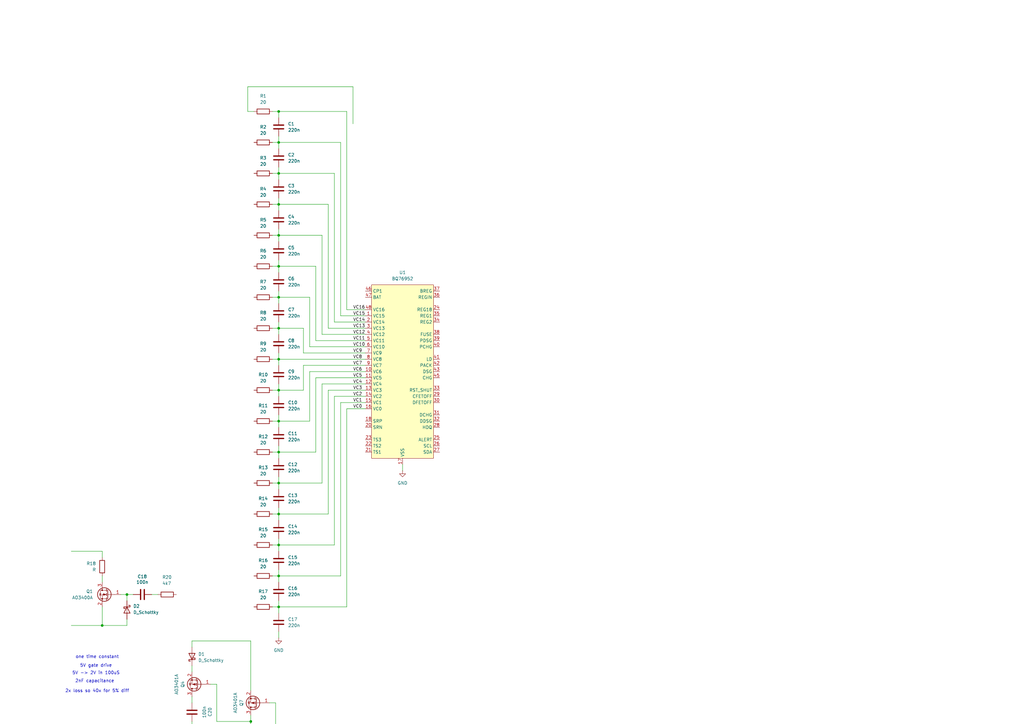
<source format=kicad_sch>
(kicad_sch (version 20250114) (generator "eeschema") (generator_version "9.0")
  (paper "A3")
  (lib_symbols
    (symbol "Device:C" (pin_numbers (hide yes)) (pin_names (offset 0.254))
      (property "Reference" "C" (at 0.635 2.54 0))
      (property "Value" "C" (at 0.635 -2.54 0))
      (symbol "C_0_1"
        (polyline (pts (xy -2.032 0.762) (xy 2.032 0.762)) (stroke (width 0.508)))
        (polyline (pts (xy -2.032 -0.762) (xy 2.032 -0.762)) (stroke (width 0.508)))
      )
      (symbol "C_1_1"
        (pin passive line (at 0 3.81 270) (length 2.794) (name "~") (number "1"))
        (pin passive line (at 0 -3.81 90) (length 2.794) (name "~") (number "2"))
      )
    )
    (symbol "Device:D_Schottky" (pin_numbers (hide yes)) (pin_names (offset 1.016) (hide yes))
      (property "Reference" "D" (at 0 2.54 0))
      (property "Value" "D_Schottky" (at 0 -2.54 0))
      (symbol "D_Schottky_0_1"
        (polyline (pts (xy -1.905 0.635) (xy -1.905 1.27) (xy -1.27 1.27) (xy -1.27 -1.27) (xy -0.635 -1.27) (xy -0.635 -0.635)) (stroke (width 0.254)))
        (polyline (pts (xy 1.27 1.27) (xy 1.27 -1.27) (xy -1.27 0) (xy 1.27 1.27)) (stroke (width 0.254)))
        (polyline (pts (xy 1.27 0) (xy -1.27 0)))
      )
      (symbol "D_Schottky_1_1"
        (pin passive line (at -3.81 0 0) (length 2.54) (name "K") (number "1"))
        (pin passive line (at 3.81 0 180) (length 2.54) (name "A") (number "2"))
      )
    )
    (symbol "Device:R" (pin_numbers (hide yes)) (pin_names (offset 0))
      (property "Reference" "R" (at 2.032 0 90))
      (property "Value" "R" (at 0 0 90))
      (symbol "R_0_1"
        (rectangle (start -1.016 -2.54) (end 1.016 2.54) (stroke (width 0.254)))
      )
      (symbol "R_1_1"
        (pin passive line (at 0 3.81 270) (length 1.27) (name "~") (number "1"))
        (pin passive line (at 0 -3.81 90) (length 1.27) (name "~") (number "2"))
      )
    )
    (symbol "Transistor_FET:AO3400A" (pin_names (offset 0) (hide yes))
      (property "Reference" "Q" (at 5.08 1.905 0))
      (property "Value" "AO3400A" (at 5.08 0 0))
      (symbol "AO3400A_0_1"
        (polyline (pts (xy 0.254 1.905) (xy 0.254 -1.905)) (stroke (width 0.254)))
        (polyline (pts (xy 0.254 0) (xy -2.54 0)))
        (polyline (pts (xy 0.762 2.286) (xy 0.762 1.27)) (stroke (width 0.254)))
        (polyline (pts (xy 0.762 0.508) (xy 0.762 -0.508)) (stroke (width 0.254)))
        (polyline (pts (xy 0.762 -1.27) (xy 0.762 -2.286)) (stroke (width 0.254)))
        (polyline (pts (xy 0.762 -1.778) (xy 3.302 -1.778) (xy 3.302 1.778) (xy 0.762 1.778)))
        (polyline (pts (xy 1.016 0) (xy 2.032 0.381) (xy 2.032 -0.381) (xy 1.016 0)) (fill (type outline)))
        (circle (center 1.651 0) (radius 2.794) (stroke (width 0.254)))
        (polyline (pts (xy 2.54 2.54) (xy 2.54 1.778)))
        (circle (center 2.54 1.778) (radius 0.254) (fill (type outline)))
        (circle (center 2.54 -1.778) (radius 0.254) (fill (type outline)))
        (polyline (pts (xy 2.54 -2.54) (xy 2.54 0) (xy 0.762 0)))
        (polyline (pts (xy 2.921 0.381) (xy 3.683 0.381)))
        (polyline (pts (xy 3.302 0.381) (xy 2.921 -0.254) (xy 3.683 -0.254) (xy 3.302 0.381)))
      )
      (symbol "AO3400A_1_1"
        (pin input line (at -5.08 0 0) (length 2.54) (name "G") (number "1"))
        (pin passive line (at 2.54 5.08 270) (length 2.54) (name "D") (number "3"))
        (pin passive line (at 2.54 -5.08 90) (length 2.54) (name "S") (number "2"))
      )
    )
    (symbol "Transistor_FET:AO3401A" (pin_names (hide yes))
      (property "Reference" "Q" (at 5.08 1.905 0))
      (property "Value" "AO3401A" (at 5.08 0 0))
      (symbol "AO3401A_0_1"
        (polyline (pts (xy 0.254 1.905) (xy 0.254 -1.905)) (stroke (width 0.254)))
        (polyline (pts (xy 0.254 0) (xy -2.54 0)))
        (polyline (pts (xy 0.762 2.286) (xy 0.762 1.27)) (stroke (width 0.254)))
        (polyline (pts (xy 0.762 1.778) (xy 3.302 1.778) (xy 3.302 -1.778) (xy 0.762 -1.778)))
        (polyline (pts (xy 0.762 0.508) (xy 0.762 -0.508)) (stroke (width 0.254)))
        (polyline (pts (xy 0.762 -1.27) (xy 0.762 -2.286)) (stroke (width 0.254)))
        (circle (center 1.651 0) (radius 2.794) (stroke (width 0.254)))
        (polyline (pts (xy 2.286 0) (xy 1.27 0.381) (xy 1.27 -0.381) (xy 2.286 0)) (fill (type outline)))
        (polyline (pts (xy 2.54 2.54) (xy 2.54 1.778)))
        (circle (center 2.54 1.778) (radius 0.254) (fill (type outline)))
        (circle (center 2.54 -1.778) (radius 0.254) (fill (type outline)))
        (polyline (pts (xy 2.54 -2.54) (xy 2.54 0) (xy 0.762 0)))
        (polyline (pts (xy 2.794 -0.508) (xy 2.921 -0.381) (xy 3.683 -0.381) (xy 3.81 -0.254)))
        (polyline (pts (xy 3.302 -0.381) (xy 2.921 0.254) (xy 3.683 0.254) (xy 3.302 -0.381)))
      )
      (symbol "AO3401A_1_1"
        (pin input line (at -5.08 0 0) (length 2.54) (name "G") (number "1"))
        (pin passive line (at 2.54 5.08 270) (length 2.54) (name "D") (number "3"))
        (pin passive line (at 2.54 -5.08 90) (length 2.54) (name "S") (number "2"))
      )
    )
    (symbol "User_Symbols:BQ76952"
      (property "Reference" "U" (at 1.016 34.29 0))
      (property "Value" "BQ76952" (at 18.034 34.29 0))
      (symbol "BQ76952_1_1"
        (rectangle (start 0 33.02) (end 25.4 -38.1) (fill (type background)))
        (pin bidirectional line (at -2.54 30.48 0) (length 2.54) (name "CP1") (number "46"))
        (pin power_in line (at -2.54 27.94 0) (length 2.54) (name "BAT") (number "47"))
        (pin input line (at -2.54 22.86 0) (length 2.54) (name "VC16") (number "48"))
        (pin input line (at -2.54 20.32 0) (length 2.54) (name "VC15") (number "1"))
        (pin input line (at -2.54 17.78 0) (length 2.54) (name "VC14") (number "2"))
        (pin input line (at -2.54 15.24 0) (length 2.54) (name "VC13") (number "3"))
        (pin input line (at -2.54 12.7 0) (length 2.54) (name "VC12") (number "4"))
        (pin input line (at -2.54 10.16 0) (length 2.54) (name "VC11") (number "5"))
        (pin input line (at -2.54 7.62 0) (length 2.54) (name "VC10") (number "6"))
        (pin input line (at -2.54 5.08 0) (length 2.54) (name "VC9") (number "7"))
        (pin input line (at -2.54 2.54 0) (length 2.54) (name "VC8") (number "8"))
        (pin input line (at -2.54 0 0) (length 2.54) (name "VC7") (number "9"))
        (pin input line (at -2.54 -2.54 0) (length 2.54) (name "VC6") (number "10"))
        (pin input line (at -2.54 -5.08 0) (length 2.54) (name "VC5") (number "11"))
        (pin input line (at -2.54 -7.62 0) (length 2.54) (name "VC4") (number "12"))
        (pin input line (at -2.54 -10.16 0) (length 2.54) (name "VC3") (number "13"))
        (pin input line (at -2.54 -12.7 0) (length 2.54) (name "VC2") (number "14"))
        (pin input line (at -2.54 -15.24 0) (length 2.54) (name "VC1") (number "15"))
        (pin input line (at -2.54 -17.78 0) (length 2.54) (name "VC0") (number "16"))
        (pin input line (at -2.54 -22.86 0) (length 2.54) (name "SRP") (number "18"))
        (pin no_connect line (at -2.54 -24.13 0) (length 2.54) (hide yes) (name "NC") (number "19"))
        (pin input line (at -2.54 -25.4 0) (length 2.54) (name "SRN") (number "20"))
        (pin bidirectional line (at -2.54 -30.48 0) (length 2.54) (name "TS3") (number "23"))
        (pin bidirectional line (at -2.54 -33.02 0) (length 2.54) (name "TS2") (number "22"))
        (pin bidirectional line (at -2.54 -35.56 0) (length 2.54) (name "TS1") (number "21"))
        (pin power_in line (at 12.7 -40.64 90) (length 2.54) (name "VSS") (number "17"))
        (pin output line (at 27.94 30.48 180) (length 2.54) (name "BREG") (number "37"))
        (pin input line (at 27.94 27.94 180) (length 2.54) (name "REGIN") (number "36"))
        (pin power_out line (at 27.94 22.86 180) (length 2.54) (name "REG18") (number "24"))
        (pin power_out line (at 27.94 20.32 180) (length 2.54) (name "REG1") (number "35"))
        (pin power_out line (at 27.94 17.78 180) (length 2.54) (name "REG2") (number "34"))
        (pin bidirectional line (at 27.94 12.7 180) (length 2.54) (name "FUSE") (number "38"))
        (pin output line (at 27.94 10.16 180) (length 2.54) (name "PDSG") (number "39"))
        (pin output line (at 27.94 7.62 180) (length 2.54) (name "PCHG") (number "40"))
        (pin bidirectional line (at 27.94 2.54 180) (length 2.54) (name "LD") (number "41"))
        (pin input line (at 27.94 0 180) (length 2.54) (name "PACK") (number "42"))
        (pin output line (at 27.94 -2.54 180) (length 2.54) (name "DSG") (number "43"))
        (pin no_connect line (at 27.94 -3.81 180) (length 2.54) (hide yes) (name "NC") (number "44"))
        (pin output line (at 27.94 -5.08 180) (length 2.54) (name "CHG") (number "45"))
        (pin input line (at 27.94 -10.16 180) (length 2.54) (name "RST_SHUT") (number "33"))
        (pin bidirectional line (at 27.94 -12.7 180) (length 2.54) (name "CFETOFF") (number "29"))
        (pin bidirectional line (at 27.94 -15.24 180) (length 2.54) (name "DFETOFF") (number "30"))
        (pin bidirectional line (at 27.94 -20.32 180) (length 2.54) (name "DCHG") (number "31"))
        (pin bidirectional line (at 27.94 -22.86 180) (length 2.54) (name "DDSG") (number "32"))
        (pin bidirectional line (at 27.94 -25.4 180) (length 2.54) (name "HDQ") (number "28"))
        (pin bidirectional line (at 27.94 -30.48 180) (length 2.54) (name "ALERT") (number "25"))
        (pin bidirectional line (at 27.94 -33.02 180) (length 2.54) (name "SCL") (number "26"))
        (pin bidirectional line (at 27.94 -35.56 180) (length 2.54) (name "SDA") (number "27"))
      )
    )
    (symbol "power:GND" (power) (pin_numbers (hide yes)) (pin_names (offset 0) (hide yes))
      (property "Value" "GND" (at 0 -3.81 0))
      (symbol "GND_0_1"
        (polyline (pts (xy 0 0) (xy 0 -1.27) (xy 1.27 -1.27) (xy 0 -2.54) (xy -1.27 -1.27) (xy 0 -1.27)))
      )
      (symbol "GND_1_1"
        (pin power_in line (at 0 0 270) (length 0) (name "~") (number "1"))
      )
    )
  )
  (text "5V gate drive" (at 39.37 273.05 0) (effects (font (size 1.27 1.27))))
  (text "2x loss so 40x for 5% diff" (at 39.878 283.464 0) (effects (font (size 1.27 1.27))))
  (text "one time constant" (at 39.878 269.494 0) (effects (font (size 1.27 1.27))))
  (text "2nF capacitance" (at 38.862 279.4 0) (effects (font (size 1.27 1.27))))
  (text "5V -> 2V in 100uS" (at 39.37 276.098 0) (effects (font (size 1.27 1.27))))
  (junction (at 114.3 160.02))
  (junction (at 114.3 134.62))
  (junction (at 114.3 236.22))
  (junction (at 114.3 121.92))
  (junction (at 114.3 210.82))
  (junction (at 114.3 248.92))
  (junction (at 52.07 243.84))
  (junction (at 114.3 172.72))
  (junction (at 114.3 71.12))
  (junction (at 114.3 83.82))
  (junction (at 114.3 96.52))
  (junction (at 114.3 198.12))
  (junction (at 114.3 58.42))
  (junction (at 114.3 147.32))
  (junction (at 113.03 303.53))
  (junction (at 114.3 185.42))
  (junction (at 114.3 223.52))
  (junction (at 41.91 256.54))
  (junction (at 114.3 109.22))
  (junction (at 114.3 45.72))
  (junction (at 102.87 295.91))
  (wire (pts (xy 124.46 134.62) (xy 124.46 144.78)))
  (wire (pts (xy 88.9 295.91) (xy 88.9 280.67)))
  (wire (pts (xy 114.3 220.98) (xy 114.3 223.52)))
  (wire (pts (xy 114.3 223.52) (xy 114.3 226.06)))
  (wire (pts (xy 129.54 154.94) (xy 149.86 154.94)))
  (wire (pts (xy 102.87 295.91) (xy 88.9 295.91)))
  (wire (pts (xy 114.3 185.42) (xy 129.54 185.42)))
  (wire (pts (xy 137.16 162.56) (xy 149.86 162.56)))
  (wire (pts (xy 127 142.24) (xy 149.86 142.24)))
  (wire (pts (xy 129.54 109.22) (xy 129.54 139.7)))
  (wire (pts (xy 88.9 280.67) (xy 86.36 280.67)))
  (wire (pts (xy 129.54 185.42) (xy 129.54 154.94)))
  (wire (pts (xy 114.3 48.26) (xy 114.3 45.72)))
  (wire (pts (xy 124.46 149.86) (xy 149.86 149.86)))
  (wire (pts (xy 114.3 236.22) (xy 114.3 238.76)))
  (wire (pts (xy 127 172.72) (xy 127 152.4)))
  (wire (pts (xy 114.3 71.12) (xy 114.3 73.66)))
  (wire (pts (xy 101.6 35.56) (xy 101.6 45.72)))
  (wire (pts (xy 102.87 318.77) (xy 102.87 321.31)))
  (wire (pts (xy 114.3 45.72) (xy 111.76 45.72)))
  (wire (pts (xy 111.76 96.52) (xy 114.3 96.52)))
  (wire (pts (xy 114.3 83.82) (xy 114.3 86.36)))
  (wire (pts (xy 113.03 288.29) (xy 110.49 288.29)))
  (wire (pts (xy 137.16 162.56) (xy 137.16 223.52)))
  (wire (pts (xy 29.21 226.06) (xy 41.91 226.06)))
  (wire (pts (xy 127 152.4) (xy 149.86 152.4)))
  (wire (pts (xy 114.3 236.22) (xy 139.7 236.22)))
  (wire (pts (xy 111.76 147.32) (xy 114.3 147.32)))
  (wire (pts (xy 129.54 139.7) (xy 149.86 139.7)))
  (wire (pts (xy 114.3 96.52) (xy 132.08 96.52)))
  (wire (pts (xy 102.87 262.89) (xy 102.87 283.21)))
  (wire (pts (xy 114.3 132.08) (xy 114.3 134.62)))
  (wire (pts (xy 114.3 170.18) (xy 114.3 172.72)))
  (wire (pts (xy 52.07 254) (xy 52.07 256.54)))
  (wire (pts (xy 111.76 58.42) (xy 114.3 58.42)))
  (wire (pts (xy 54.61 243.84) (xy 52.07 243.84)))
  (wire (pts (xy 114.3 134.62) (xy 124.46 134.62)))
  (wire (pts (xy 114.3 248.92) (xy 114.3 251.46)))
  (wire (pts (xy 78.74 265.43) (xy 78.74 262.89)))
  (wire (pts (xy 139.7 129.54) (xy 139.7 58.42)))
  (wire (pts (xy 41.91 228.6) (xy 41.91 226.06)))
  (wire (pts (xy 111.76 248.92) (xy 114.3 248.92)))
  (wire (pts (xy 114.3 248.92) (xy 142.24 248.92)))
  (wire (pts (xy 113.03 303.53) (xy 113.03 288.29)))
  (wire (pts (xy 114.3 106.68) (xy 114.3 109.22)))
  (wire (pts (xy 101.6 35.56) (xy 144.78 35.56)))
  (wire (pts (xy 132.08 157.48) (xy 149.86 157.48)))
  (wire (pts (xy 124.46 160.02) (xy 124.46 149.86)))
  (wire (pts (xy 102.87 295.91) (xy 102.87 308.61)))
  (wire (pts (xy 114.3 119.38) (xy 114.3 121.92)))
  (wire (pts (xy 110.49 313.69) (xy 113.03 313.69)))
  (wire (pts (xy 144.78 35.56) (xy 144.78 50.8)))
  (wire (pts (xy 132.08 137.16) (xy 149.86 137.16)))
  (wire (pts (xy 114.3 160.02) (xy 124.46 160.02)))
  (wire (pts (xy 114.3 223.52) (xy 137.16 223.52)))
  (wire (pts (xy 111.76 109.22) (xy 114.3 109.22)))
  (wire (pts (xy 132.08 157.48) (xy 132.08 198.12)))
  (wire (pts (xy 114.3 55.88) (xy 114.3 58.42)))
  (wire (pts (xy 114.3 71.12) (xy 137.16 71.12)))
  (wire (pts (xy 134.62 210.82) (xy 134.62 160.02)))
  (wire (pts (xy 114.3 157.48) (xy 114.3 160.02)))
  (wire (pts (xy 111.76 160.02) (xy 114.3 160.02)))
  (wire (pts (xy 111.76 121.92) (xy 114.3 121.92)))
  (wire (pts (xy 114.3 93.98) (xy 114.3 96.52)))
  (wire (pts (xy 114.3 147.32) (xy 149.86 147.32)))
  (wire (pts (xy 113.03 313.69) (xy 113.03 303.53)))
  (wire (pts (xy 134.62 134.62) (xy 134.62 83.82)))
  (wire (pts (xy 114.3 210.82) (xy 134.62 210.82)))
  (wire (pts (xy 111.76 185.42) (xy 114.3 185.42)))
  (wire (pts (xy 114.3 172.72) (xy 114.3 175.26)))
  (wire (pts (xy 114.3 144.78) (xy 114.3 147.32)))
  (wire (pts (xy 114.3 182.88) (xy 114.3 185.42)))
  (wire (pts (xy 114.3 121.92) (xy 114.3 124.46)))
  (wire (pts (xy 111.76 71.12) (xy 114.3 71.12)))
  (wire (pts (xy 49.53 243.84) (xy 52.07 243.84)))
  (wire (pts (xy 139.7 129.54) (xy 149.86 129.54)))
  (wire (pts (xy 165.1 190.5) (xy 165.1 193.04)))
  (wire (pts (xy 29.21 256.54) (xy 41.91 256.54)))
  (wire (pts (xy 78.74 308.61) (xy 78.74 311.15)))
  (wire (pts (xy 114.3 160.02) (xy 114.3 162.56)))
  (wire (pts (xy 114.3 109.22) (xy 114.3 111.76)))
  (wire (pts (xy 114.3 58.42) (xy 114.3 60.96)))
  (wire (pts (xy 114.3 109.22) (xy 129.54 109.22)))
  (wire (pts (xy 114.3 195.58) (xy 114.3 198.12)))
  (wire (pts (xy 111.76 223.52) (xy 114.3 223.52)))
  (wire (pts (xy 114.3 185.42) (xy 114.3 187.96)))
  (wire (pts (xy 101.6 45.72) (xy 104.14 45.72)))
  (wire (pts (xy 78.74 262.89) (xy 102.87 262.89)))
  (wire (pts (xy 111.76 236.22) (xy 114.3 236.22)))
  (wire (pts (xy 114.3 233.68) (xy 114.3 236.22)))
  (wire (pts (xy 139.7 236.22) (xy 139.7 165.1)))
  (wire (pts (xy 114.3 198.12) (xy 114.3 200.66)))
  (wire (pts (xy 102.87 293.37) (xy 102.87 295.91)))
  (wire (pts (xy 41.91 248.92) (xy 41.91 256.54)))
  (wire (pts (xy 102.87 321.31) (xy 78.74 321.31)))
  (wire (pts (xy 52.07 256.54) (xy 41.91 256.54)))
  (wire (pts (xy 114.3 134.62) (xy 114.3 137.16)))
  (wire (pts (xy 142.24 167.64) (xy 149.86 167.64)))
  (wire (pts (xy 142.24 167.64) (xy 142.24 248.92)))
  (wire (pts (xy 114.3 147.32) (xy 114.3 149.86)))
  (wire (pts (xy 111.76 83.82) (xy 114.3 83.82)))
  (wire (pts (xy 78.74 285.75) (xy 78.74 288.29)))
  (wire (pts (xy 114.3 45.72) (xy 142.24 45.72)))
  (wire (pts (xy 114.3 96.52) (xy 114.3 99.06)))
  (wire (pts (xy 114.3 121.92) (xy 127 121.92)))
  (wire (pts (xy 111.76 198.12) (xy 114.3 198.12)))
  (wire (pts (xy 114.3 172.72) (xy 127 172.72)))
  (wire (pts (xy 52.07 243.84) (xy 52.07 246.38)))
  (wire (pts (xy 139.7 165.1) (xy 149.86 165.1)))
  (wire (pts (xy 114.3 198.12) (xy 132.08 198.12)))
  (wire (pts (xy 142.24 127) (xy 149.86 127)))
  (wire (pts (xy 113.03 303.53) (xy 86.36 303.53)))
  (wire (pts (xy 114.3 68.58) (xy 114.3 71.12)))
  (wire (pts (xy 134.62 160.02) (xy 149.86 160.02)))
  (wire (pts (xy 114.3 248.92) (xy 114.3 246.38)))
  (wire (pts (xy 124.46 144.78) (xy 149.86 144.78)))
  (wire (pts (xy 142.24 45.72) (xy 142.24 127)))
  (wire (pts (xy 137.16 132.08) (xy 149.86 132.08)))
  (wire (pts (xy 111.76 210.82) (xy 114.3 210.82)))
  (wire (pts (xy 111.76 134.62) (xy 114.3 134.62)))
  (wire (pts (xy 62.23 243.84) (xy 64.77 243.84)))
  (wire (pts (xy 78.74 321.31) (xy 78.74 318.77)))
  (wire (pts (xy 134.62 134.62) (xy 149.86 134.62)))
  (wire (pts (xy 114.3 81.28) (xy 114.3 83.82)))
  (wire (pts (xy 78.74 295.91) (xy 78.74 298.45)))
  (wire (pts (xy 78.74 273.05) (xy 78.74 275.59)))
  (wire (pts (xy 137.16 71.12) (xy 137.16 132.08)))
  (wire (pts (xy 132.08 96.52) (xy 132.08 137.16)))
  (wire (pts (xy 114.3 58.42) (xy 139.7 58.42)))
  (wire (pts (xy 41.91 236.22) (xy 41.91 238.76)))
  (wire (pts (xy 114.3 208.28) (xy 114.3 210.82)))
  (wire (pts (xy 127 142.24) (xy 127 121.92)))
  (wire (pts (xy 111.76 172.72) (xy 114.3 172.72)))
  (wire (pts (xy 114.3 83.82) (xy 134.62 83.82)))
  (wire (pts (xy 114.3 259.08) (xy 114.3 261.62)))
  (wire (pts (xy 114.3 210.82) (xy 114.3 213.36)))
  (label "VC16" (at 144.78 127 0))
  (label "VC0" (at 144.78 167.64 0))
  (label "VC8" (at 144.78 147.32 0))
  (label "VC5" (at 144.78 154.94 0))
  (label "VC4" (at 144.78 157.48 0))
  (label "VC7" (at 144.78 149.86 0))
  (label "VC14" (at 144.78 132.08 0))
  (label "VC11" (at 144.78 139.7 0))
  (label "VC15" (at 144.78 129.54 0))
  (label "VC3" (at 144.78 160.02 0))
  (label "VC13" (at 144.78 134.62 0))
  (label "VC9" (at 144.78 144.78 0))
  (label "VC6" (at 144.78 152.4 0))
  (label "VC12" (at 144.78 137.16 0))
  (label "VC10" (at 144.78 142.24 0))
  (label "VC1" (at 144.78 165.1 0))
  (label "VC2" (at 144.78 162.56 0))
  (symbol (lib_id "Device:C") (at 114.3 153.67 0) (unit 1)
    (property "Reference" "C9" (at 118.11 152.3999 0) (effects (justify left)))
    (property "Value" "220n" (at 118.11 154.9399 0) (effects (justify left)))
    (property "Description" "Unpolarized capacitor" (effects (hide yes)))
  )
  (symbol (lib_id "power:GND") (at 165.1 193.04 0) (unit 1)
    (property "Reference" "#PWR01" (effects (hide yes)))
    (property "Value" "GND" (at 165.1 198.12 0))
    (property "Description" "Power symbol creates a global label with name \"GND\" , ground" (effects (hide yes)))
  )
  (symbol (lib_id "Transistor_FET:AO3400A") (at 44.45 243.84 0) (mirror y) (unit 1)
    (property "Reference" "Q1" (at 38.1 242.5699 0) (effects (justify left)))
    (property "Value" "AO3400A" (at 38.1 245.1099 0) (effects (justify left)))
    (property "Footprint" "Package_TO_SOT_SMD:SOT-23" (effects (hide yes)))
    (property "Datasheet" "http://www.aosmd.com/pdfs/datasheet/AO3400A.pdf" (effects (hide yes)))
    (property "Description" "30V Vds, 5.7A Id, N-Channel MOSFET, SOT-23" (effects (hide yes)))
  )
  (symbol (lib_id "Device:R") (at 107.95 172.72 90) (unit 1)
    (property "Reference" "R11" (at 107.95 166.37 90))
    (property "Value" "20" (at 107.95 168.91 90))
    (property "Description" "Resistor" (effects (hide yes)))
  )
  (symbol (lib_id "Device:R") (at 107.95 71.12 90) (unit 1)
    (property "Reference" "R3" (at 107.95 64.77 90))
    (property "Value" "20" (at 107.95 67.31 90))
    (property "Description" "Resistor" (effects (hide yes)))
  )
  (symbol (lib_id "Device:R") (at 68.58 243.84 90) (unit 1)
    (property "Reference" "R20" (at 66.548 236.728 90) (effects (justify right)))
    (property "Value" "4k7" (at 66.548 239.268 90) (effects (justify right)))
    (property "Description" "Resistor" (effects (hide yes)))
  )
  (symbol (lib_id "Device:C") (at 114.3 77.47 0) (unit 1)
    (property "Reference" "C3" (at 118.11 76.1999 0) (effects (justify left)))
    (property "Value" "220n" (at 118.11 78.7399 0) (effects (justify left)))
    (property "Description" "Unpolarized capacitor" (effects (hide yes)))
  )
  (symbol (lib_id "Device:D_Schottky") (at 78.74 314.96 90) (unit 1)
    (property "Reference" "D3" (at 81.28 314.0074 90) (effects (justify right)))
    (property "Value" "D_Schottky" (at 81.28 316.5474 90) (effects (justify right)))
    (property "Description" "Schottky diode" (effects (hide yes)))
  )
  (symbol (lib_id "Device:C") (at 114.3 179.07 0) (unit 1)
    (property "Reference" "C11" (at 118.11 177.7999 0) (effects (justify left)))
    (property "Value" "220n" (at 118.11 180.3399 0) (effects (justify left)))
    (property "Description" "Unpolarized capacitor" (effects (hide yes)))
  )
  (symbol (lib_id "Transistor_FET:AO3401A") (at 105.41 288.29 180) (unit 1)
    (property "Reference" "Q7" (at 99.06 288.29 90))
    (property "Value" "AO3401A" (at 96.52 288.29 90))
    (property "Footprint" "Package_TO_SOT_SMD:SOT-23" (effects (hide yes)))
    (property "Datasheet" "http://www.aosmd.com/pdfs/datasheet/AO3401A.pdf" (effects (hide yes)))
    (property "Description" "-4.0A Id, -30V Vds, P-Channel MOSFET, SOT-23" (effects (hide yes)))
  )
  (symbol (lib_id "Device:C") (at 78.74 292.1 0) (unit 1)
    (property "Reference" "C20" (at 86.106 290.068 90) (effects (justify right)))
    (property "Value" "100n" (at 83.8201 289.56 90) (effects (justify right)))
    (property "Description" "Unpolarized capacitor" (effects (hide yes)))
  )
  (symbol (lib_id "Device:C") (at 114.3 217.17 0) (unit 1)
    (property "Reference" "C14" (at 118.11 215.8999 0) (effects (justify left)))
    (property "Value" "220n" (at 118.11 218.4399 0) (effects (justify left)))
    (property "Description" "Unpolarized capacitor" (effects (hide yes)))
  )
  (symbol (lib_id "Device:R") (at 107.95 83.82 90) (unit 1)
    (property "Reference" "R4" (at 107.95 77.47 90))
    (property "Value" "20" (at 107.95 80.01 90))
    (property "Description" "Resistor" (effects (hide yes)))
  )
  (symbol (lib_id "Device:R") (at 107.95 58.42 90) (unit 1)
    (property "Reference" "R2" (at 107.95 52.07 90))
    (property "Value" "20" (at 107.95 54.61 90))
    (property "Description" "Resistor" (effects (hide yes)))
  )
  (symbol (lib_id "Device:R") (at 107.95 223.52 90) (unit 1)
    (property "Reference" "R15" (at 107.95 217.17 90))
    (property "Value" "20" (at 107.95 219.71 90))
    (property "Description" "Resistor" (effects (hide yes)))
  )
  (symbol (lib_id "Device:D_Schottky") (at 52.07 250.19 270) (unit 1)
    (property "Reference" "D2" (at 54.61 248.6024 90) (effects (justify left)))
    (property "Value" "D_Schottky" (at 54.61 251.1424 90) (effects (justify left)))
    (property "Description" "Schottky diode" (effects (hide yes)))
  )
  (symbol (lib_id "Device:R") (at 107.95 160.02 90) (unit 1)
    (property "Reference" "R10" (at 107.95 153.67 90))
    (property "Value" "20" (at 107.95 156.21 90))
    (property "Description" "Resistor" (effects (hide yes)))
  )
  (symbol (lib_id "Device:R") (at 107.95 147.32 90) (unit 1)
    (property "Reference" "R9" (at 107.95 140.97 90))
    (property "Value" "20" (at 107.95 143.51 90))
    (property "Description" "Resistor" (effects (hide yes)))
  )
  (symbol (lib_id "Device:C") (at 114.3 204.47 0) (unit 1)
    (property "Reference" "C13" (at 118.11 203.1999 0) (effects (justify left)))
    (property "Value" "220n" (at 118.11 205.7399 0) (effects (justify left)))
    (property "Description" "Unpolarized capacitor" (effects (hide yes)))
  )
  (symbol (lib_id "Device:R") (at 107.95 210.82 90) (unit 1)
    (property "Reference" "R14" (at 107.95 204.47 90))
    (property "Value" "20" (at 107.95 207.01 90))
    (property "Description" "Resistor" (effects (hide yes)))
  )
  (symbol (lib_id "Device:R") (at 41.91 232.41 0) (mirror y) (unit 1)
    (property "Reference" "R18" (at 39.37 231.1399 0) (effects (justify left)))
    (property "Value" "R" (at 39.37 233.6799 0) (effects (justify left)))
    (property "Description" "Resistor" (effects (hide yes)))
  )
  (symbol (lib_id "Device:C") (at 114.3 90.17 0) (unit 1)
    (property "Reference" "C4" (at 118.11 88.8999 0) (effects (justify left)))
    (property "Value" "220n" (at 118.11 91.4399 0) (effects (justify left)))
    (property "Description" "Unpolarized capacitor" (effects (hide yes)))
  )
  (symbol (lib_id "Device:C") (at 114.3 128.27 0) (unit 1)
    (property "Reference" "C7" (at 118.11 126.9999 0) (effects (justify left)))
    (property "Value" "220n" (at 118.11 129.5399 0) (effects (justify left)))
    (property "Description" "Unpolarized capacitor" (effects (hide yes)))
  )
  (symbol (lib_id "Device:R") (at 107.95 134.62 90) (unit 1)
    (property "Reference" "R8" (at 107.95 128.27 90))
    (property "Value" "20" (at 107.95 130.81 90))
    (property "Description" "Resistor" (effects (hide yes)))
  )
  (symbol (lib_id "Device:R") (at 107.95 45.72 90) (unit 1)
    (property "Reference" "R1" (at 107.95 39.37 90))
    (property "Value" "20" (at 107.95 41.91 90))
    (property "Description" "Resistor" (effects (hide yes)))
  )
  (symbol (lib_id "power:GND") (at 114.3 261.62 0) (unit 1)
    (property "Reference" "#PWR02" (effects (hide yes)))
    (property "Value" "GND" (at 114.3 266.7 0))
    (property "Description" "Power symbol creates a global label with name \"GND\" , ground" (effects (hide yes)))
  )
  (symbol (lib_id "Transistor_FET:AO3400A") (at 105.41 313.69 0) (mirror y) (unit 1)
    (property "Reference" "Q6" (at 99.06 312.4199 0) (effects (justify left)))
    (property "Value" "AO3400A" (at 99.06 314.9599 0) (effects (justify left)))
    (property "Footprint" "Package_TO_SOT_SMD:SOT-23" (effects (hide yes)))
    (property "Datasheet" "http://www.aosmd.com/pdfs/datasheet/AO3400A.pdf" (effects (hide yes)))
    (property "Description" "30V Vds, 5.7A Id, N-Channel MOSFET, SOT-23" (effects (hide yes)))
  )
  (symbol (lib_id "User_Symbols:BQ76952") (at 152.4 149.86 0) (unit 1)
    (property "Reference" "U1" (at 165.1 111.76 0))
    (property "Value" "BQ76952" (at 165.1 114.3 0))
    (property "Footprint" "Package_QFP:TQFP-48_7x7mm_P0.5mm" (effects (hide yes)))
    (property "Datasheet" "https://www.ti.com/lit/ds/symlink/bq76952.pdf?ts=1756105032908&ref_url=https%253A%252F%252Fwww.ti.com%252Fproduct%252FBQ76952%252Fpart-details%252FBQ7695202PFBR" (effects (hide yes)))
    (property "Description" "16-Series High Accuracy Battery Monitor and Protector" (effects (hide yes)))
  )
  (symbol (lib_id "Device:R") (at 107.95 236.22 90) (unit 1)
    (property "Reference" "R16" (at 107.95 229.87 90))
    (property "Value" "20" (at 107.95 232.41 90))
    (property "Description" "Resistor" (effects (hide yes)))
  )
  (symbol (lib_id "Device:C") (at 114.3 52.07 0) (unit 1)
    (property "Reference" "C1" (at 118.11 50.7999 0) (effects (justify left)))
    (property "Value" "220n" (at 118.11 53.3399 0) (effects (justify left)))
    (property "Description" "Unpolarized capacitor" (effects (hide yes)))
  )
  (symbol (lib_id "Device:D_Schottky") (at 78.74 269.24 90) (unit 1)
    (property "Reference" "D1" (at 81.28 268.2874 90) (effects (justify right)))
    (property "Value" "D_Schottky" (at 81.28 270.8274 90) (effects (justify right)))
    (property "Description" "Schottky diode" (effects (hide yes)))
  )
  (symbol (lib_id "Device:C") (at 114.3 255.27 0) (unit 1)
    (property "Reference" "C17" (at 118.11 253.9999 0) (effects (justify left)))
    (property "Value" "220n" (at 118.11 256.5399 0) (effects (justify left)))
    (property "Description" "Unpolarized capacitor" (effects (hide yes)))
  )
  (symbol (lib_id "Device:C") (at 114.3 191.77 0) (unit 1)
    (property "Reference" "C12" (at 118.11 190.4999 0) (effects (justify left)))
    (property "Value" "220n" (at 118.11 193.0399 0) (effects (justify left)))
    (property "Description" "Unpolarized capacitor" (effects (hide yes)))
  )
  (symbol (lib_id "Device:C") (at 58.42 243.84 90) (unit 1)
    (property "Reference" "C18" (at 56.388 236.474 90) (effects (justify right)))
    (property "Value" "100n" (at 55.88 238.7599 90) (effects (justify right)))
    (property "Description" "Unpolarized capacitor" (effects (hide yes)))
  )
  (symbol (lib_id "Device:R") (at 107.95 121.92 90) (unit 1)
    (property "Reference" "R7" (at 107.95 115.57 90))
    (property "Value" "20" (at 107.95 118.11 90))
    (property "Description" "Resistor" (effects (hide yes)))
  )
  (symbol (lib_id "Device:C") (at 114.3 242.57 0) (unit 1)
    (property "Reference" "C16" (at 118.11 241.2999 0) (effects (justify left)))
    (property "Value" "220n" (at 118.11 243.8399 0) (effects (justify left)))
    (property "Description" "Unpolarized capacitor" (effects (hide yes)))
  )
  (symbol (lib_id "Device:C") (at 114.3 229.87 0) (unit 1)
    (property "Reference" "C15" (at 118.11 228.5999 0) (effects (justify left)))
    (property "Value" "220n" (at 118.11 231.1399 0) (effects (justify left)))
    (property "Description" "Unpolarized capacitor" (effects (hide yes)))
  )
  (symbol (lib_id "Device:C") (at 114.3 166.37 0) (unit 1)
    (property "Reference" "C10" (at 118.11 165.0999 0) (effects (justify left)))
    (property "Value" "220n" (at 118.11 167.6399 0) (effects (justify left)))
    (property "Description" "Unpolarized capacitor" (effects (hide yes)))
  )
  (symbol (lib_id "Device:R") (at 107.95 109.22 90) (unit 1)
    (property "Reference" "R6" (at 107.95 102.87 90))
    (property "Value" "20" (at 107.95 105.41 90))
    (property "Description" "Resistor" (effects (hide yes)))
  )
  (symbol (lib_id "Device:C") (at 114.3 102.87 0) (unit 1)
    (property "Reference" "C5" (at 118.11 101.5999 0) (effects (justify left)))
    (property "Value" "220n" (at 118.11 104.1399 0) (effects (justify left)))
    (property "Description" "Unpolarized capacitor" (effects (hide yes)))
  )
  (symbol (lib_id "Device:C") (at 114.3 140.97 0) (unit 1)
    (property "Reference" "C8" (at 118.11 139.6999 0) (effects (justify left)))
    (property "Value" "220n" (at 118.11 142.2399 0) (effects (justify left)))
    (property "Description" "Unpolarized capacitor" (effects (hide yes)))
  )
  (symbol (lib_id "Transistor_FET:AO3401A") (at 81.28 280.67 180) (unit 1)
    (property "Reference" "Q4" (at 74.93 280.67 90))
    (property "Value" "AO3401A" (at 72.39 280.67 90))
    (property "Footprint" "Package_TO_SOT_SMD:SOT-23" (effects (hide yes)))
    (property "Datasheet" "http://www.aosmd.com/pdfs/datasheet/AO3401A.pdf" (effects (hide yes)))
    (property "Description" "-4.0A Id, -30V Vds, P-Channel MOSFET, SOT-23" (effects (hide yes)))
  )
  (symbol (lib_id "Device:R") (at 107.95 96.52 90) (unit 1)
    (property "Reference" "R5" (at 107.95 90.17 90))
    (property "Value" "20" (at 107.95 92.71 90))
    (property "Description" "Resistor" (effects (hide yes)))
  )
  (symbol (lib_id "Device:R") (at 107.95 198.12 90) (unit 1)
    (property "Reference" "R13" (at 107.95 191.77 90))
    (property "Value" "20" (at 107.95 194.31 90))
    (property "Description" "Resistor" (effects (hide yes)))
  )
  (symbol (lib_id "Transistor_FET:AO3400A") (at 81.28 303.53 0) (mirror y) (unit 1)
    (property "Reference" "Q5" (at 74.93 303.53 90))
    (property "Value" "AO3400A" (at 72.39 303.53 90))
    (property "Footprint" "Package_TO_SOT_SMD:SOT-23" (effects (hide yes)))
    (property "Datasheet" "http://www.aosmd.com/pdfs/datasheet/AO3400A.pdf" (effects (hide yes)))
    (property "Description" "30V Vds, 5.7A Id, N-Channel MOSFET, SOT-23" (effects (hide yes)))
  )
  (symbol (lib_id "Device:R") (at 107.95 248.92 90) (unit 1)
    (property "Reference" "R17" (at 107.95 242.57 90))
    (property "Value" "20" (at 107.95 245.11 90))
    (property "Description" "Resistor" (effects (hide yes)))
  )
  (symbol (lib_id "Device:C") (at 114.3 64.77 0) (unit 1)
    (property "Reference" "C2" (at 118.11 63.4999 0) (effects (justify left)))
    (property "Value" "220n" (at 118.11 66.0399 0) (effects (justify left)))
    (property "Description" "Unpolarized capacitor" (effects (hide yes)))
  )
  (symbol (lib_id "Device:R") (at 107.95 185.42 90) (unit 1)
    (property "Reference" "R12" (at 107.95 179.07 90))
    (property "Value" "20" (at 107.95 181.61 90))
    (property "Description" "Resistor" (effects (hide yes)))
  )
  (symbol (lib_id "Device:C") (at 114.3 115.57 0) (unit 1)
    (property "Reference" "C6" (at 118.11 114.2999 0) (effects (justify left)))
    (property "Value" "220n" (at 118.11 116.8399 0) (effects (justify left)))
    (property "Description" "Unpolarized capacitor" (effects (hide yes)))
  )
)
</source>
